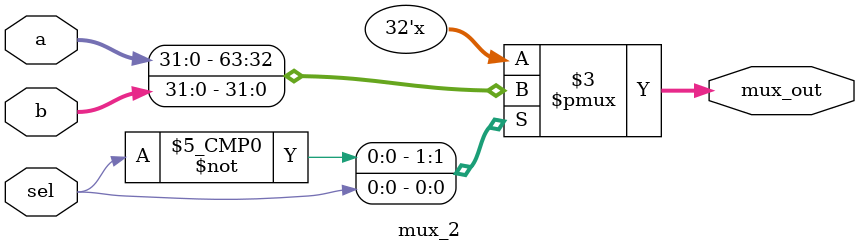
<source format=sv>
module mux_2(
    input logic [31:0] a,
    input logic [31:0] b,
    input logic sel,
    output logic [31:0] mux_out = 0
);
    always_comb begin
        case (sel)
            1'b0: mux_out = a;
            1'b1: mux_out = b;
        endcase
    end
endmodule
</source>
